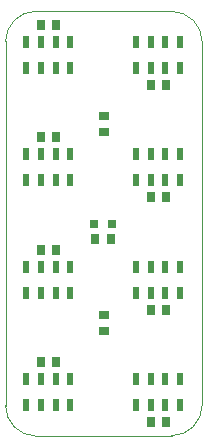
<source format=gtp>
G04 Layer_Color=8421504*
%FSLAX24Y24*%
%MOIN*%
G70*
G01*
G75*
%ADD11R,0.0315X0.0315*%
%ADD12R,0.0217X0.0413*%
%ADD13R,0.0354X0.0276*%
%ADD14R,0.0276X0.0354*%
%ADD15C,0.0040*%
D11*
X2955Y7060D02*
D03*
X3545D02*
D03*
D12*
X4832Y1883D02*
D03*
X5324D02*
D03*
X5816D02*
D03*
X4339D02*
D03*
X4832Y1017D02*
D03*
X4339D02*
D03*
X5324D02*
D03*
X5816D02*
D03*
X4832Y5633D02*
D03*
X5324D02*
D03*
X5816D02*
D03*
X4339D02*
D03*
X4832Y4767D02*
D03*
X4339D02*
D03*
X5324D02*
D03*
X5816D02*
D03*
X4832Y9383D02*
D03*
X5324D02*
D03*
X5816D02*
D03*
X4339D02*
D03*
X4832Y8517D02*
D03*
X4339D02*
D03*
X5324D02*
D03*
X5816D02*
D03*
X4832Y13133D02*
D03*
X5324D02*
D03*
X5816D02*
D03*
X4339D02*
D03*
X4832Y12267D02*
D03*
X4339D02*
D03*
X5324D02*
D03*
X5816D02*
D03*
X1669Y1017D02*
D03*
X1176D02*
D03*
X684D02*
D03*
X2161D02*
D03*
X1669Y1883D02*
D03*
X2161D02*
D03*
X1176D02*
D03*
X684D02*
D03*
X1669Y4767D02*
D03*
X1176D02*
D03*
X684D02*
D03*
X2161D02*
D03*
X1669Y5633D02*
D03*
X2161D02*
D03*
X1176D02*
D03*
X684D02*
D03*
X1669Y8517D02*
D03*
X1176D02*
D03*
X684D02*
D03*
X2161D02*
D03*
X1669Y9383D02*
D03*
X2161D02*
D03*
X1176D02*
D03*
X684D02*
D03*
X1669Y12267D02*
D03*
X1176D02*
D03*
X684D02*
D03*
X2161D02*
D03*
X1669Y13133D02*
D03*
X2161D02*
D03*
X1176D02*
D03*
X684D02*
D03*
D13*
X3270Y10646D02*
D03*
Y10134D02*
D03*
Y3504D02*
D03*
Y4016D02*
D03*
D14*
X5346Y453D02*
D03*
X4834D02*
D03*
X5346Y7951D02*
D03*
X4834D02*
D03*
X5346Y11700D02*
D03*
X4834D02*
D03*
X1174Y9947D02*
D03*
X1686D02*
D03*
X1174Y13697D02*
D03*
X1686D02*
D03*
X2994Y6545D02*
D03*
X3506D02*
D03*
X1174Y2447D02*
D03*
X1686D02*
D03*
X1174Y6197D02*
D03*
X1686D02*
D03*
X5346Y4202D02*
D03*
X4834D02*
D03*
D15*
X288Y13845D02*
G03*
X0Y13150I695J-695D01*
G01*
X1012Y14150D02*
G03*
X296Y13854I0J-1012D01*
G01*
X6262Y13845D02*
G03*
X5527Y14150I-735J-735D01*
G01*
X6550Y13150D02*
G03*
X6262Y13845I-984J0D01*
G01*
X6254Y296D02*
G03*
X6550Y1012I-715J715D01*
G01*
X5538Y0D02*
G03*
X6254Y296I0J1012D01*
G01*
X301Y285D02*
G03*
X990Y0I689J689D01*
G01*
X0Y1001D02*
G03*
X293Y293I1001J0D01*
G01*
X0Y2060D02*
Y13150D01*
X288Y13845D02*
X296Y13854D01*
X1012Y14150D02*
X5527D01*
X6550Y1012D02*
Y13150D01*
X990Y0D02*
X5538D01*
X293Y293D02*
X301Y285D01*
X0Y1001D02*
Y2060D01*
M02*

</source>
